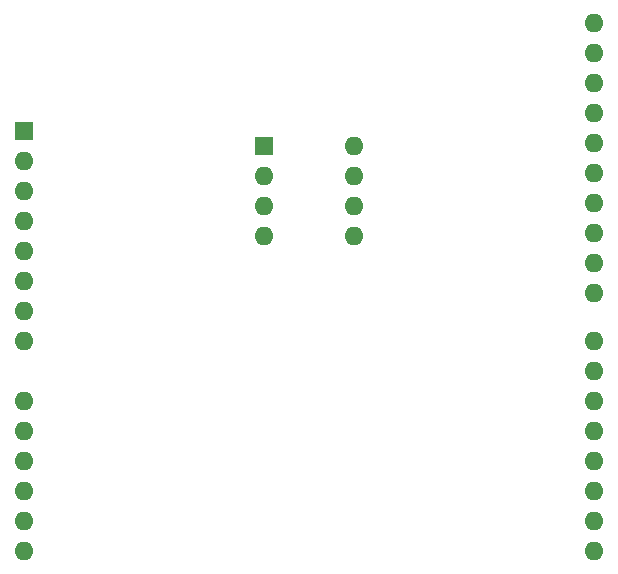
<source format=gbr>
G04 #@! TF.GenerationSoftware,KiCad,Pcbnew,(5.1.5)-3*
G04 #@! TF.CreationDate,2020-02-22T18:11:06-08:00*
G04 #@! TF.ProjectId,ATTiny85,41545469-6e79-4383-952e-6b696361645f,rev?*
G04 #@! TF.SameCoordinates,Original*
G04 #@! TF.FileFunction,Soldermask,Top*
G04 #@! TF.FilePolarity,Negative*
%FSLAX46Y46*%
G04 Gerber Fmt 4.6, Leading zero omitted, Abs format (unit mm)*
G04 Created by KiCad (PCBNEW (5.1.5)-3) date 2020-02-22 18:11:06*
%MOMM*%
%LPD*%
G04 APERTURE LIST*
%ADD10O,1.600000X1.600000*%
%ADD11R,1.600000X1.600000*%
G04 APERTURE END LIST*
D10*
X198120000Y-140970000D03*
X198120000Y-143510000D03*
X198120000Y-103890000D03*
X149860000Y-143510000D03*
X198120000Y-106430000D03*
X149860000Y-140970000D03*
X198120000Y-108970000D03*
X149860000Y-138430000D03*
X198120000Y-111510000D03*
X149860000Y-135890000D03*
X198120000Y-114050000D03*
X149860000Y-133350000D03*
X198120000Y-116590000D03*
X149860000Y-130810000D03*
X198120000Y-119130000D03*
X149860000Y-125730000D03*
X198120000Y-121670000D03*
X149860000Y-123190000D03*
X198120000Y-125730000D03*
X149860000Y-120650000D03*
X198120000Y-128270000D03*
X149860000Y-118110000D03*
X198120000Y-130810000D03*
X149860000Y-115570000D03*
X198120000Y-133350000D03*
X149860000Y-113030000D03*
X198120000Y-135890000D03*
X149860000Y-110490000D03*
X198120000Y-138430000D03*
D11*
X149860000Y-107950000D03*
D10*
X198120000Y-101350000D03*
X198120000Y-98810000D03*
X177800000Y-109220000D03*
X170180000Y-116840000D03*
X177800000Y-111760000D03*
X170180000Y-114300000D03*
X177800000Y-114300000D03*
X170180000Y-111760000D03*
X177800000Y-116840000D03*
D11*
X170180000Y-109220000D03*
M02*

</source>
